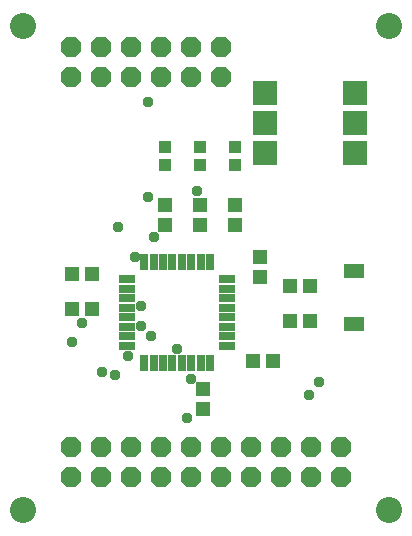
<source format=gbr>
G04 EAGLE Gerber RS-274X export*
G75*
%MOMM*%
%FSLAX34Y34*%
%LPD*%
%INSoldermask Top*%
%IPPOS*%
%AMOC8*
5,1,8,0,0,1.08239X$1,22.5*%
G01*
%ADD10C,2.203200*%
%ADD11R,2.003200X2.003200*%
%ADD12R,1.303200X1.203200*%
%ADD13R,1.203200X1.303200*%
%ADD14P,1.869504X8X202.500000*%
%ADD15R,1.003200X1.003200*%
%ADD16R,1.803200X1.253200*%
%ADD17R,0.703200X1.403200*%
%ADD18R,1.403200X0.703200*%
%ADD19P,1.869504X8X22.500000*%
%ADD20C,0.959600*%


D10*
X20000Y430000D03*
X330000Y430000D03*
X330000Y20000D03*
X20000Y20000D03*
D11*
X225260Y373230D03*
X225260Y347830D03*
X225260Y322530D03*
X301460Y373230D03*
X301460Y347830D03*
X301460Y322530D03*
D12*
X215020Y146050D03*
X232020Y146050D03*
X78500Y190000D03*
X61500Y190000D03*
X78500Y220000D03*
X61500Y220000D03*
D13*
X220980Y217560D03*
X220980Y234560D03*
D12*
X263500Y210000D03*
X246500Y210000D03*
D14*
X289300Y48100D03*
X263900Y48100D03*
X238500Y48100D03*
X213100Y48100D03*
X187700Y48100D03*
X162300Y48100D03*
X136900Y48100D03*
X111500Y48100D03*
X86100Y48100D03*
X60700Y48100D03*
X289300Y73500D03*
X263900Y73500D03*
X238500Y73500D03*
X213100Y73500D03*
X187700Y73500D03*
X162300Y73500D03*
X136900Y73500D03*
X111500Y73500D03*
X86100Y73500D03*
X60700Y73500D03*
D15*
X200000Y327500D03*
X200000Y312500D03*
X170000Y327500D03*
X170000Y312500D03*
X140000Y327500D03*
X140000Y312500D03*
D12*
X172720Y122800D03*
X172720Y105800D03*
D13*
X263500Y180000D03*
X246500Y180000D03*
D12*
X140000Y261500D03*
X140000Y278500D03*
X200000Y261500D03*
X200000Y278500D03*
X170000Y261500D03*
X170000Y278500D03*
D16*
X300000Y177750D03*
X300000Y222250D03*
D17*
X178690Y229870D03*
X170690Y229870D03*
X162690Y229870D03*
X154690Y229870D03*
X146690Y229870D03*
X138690Y229870D03*
X130690Y229870D03*
X122690Y229870D03*
D18*
X193190Y215370D03*
X193190Y207370D03*
X193190Y199370D03*
X193190Y191370D03*
X193190Y183370D03*
X193190Y175370D03*
X193190Y167370D03*
X193190Y159370D03*
X108190Y215370D03*
X108190Y207370D03*
X108190Y199370D03*
X108190Y191370D03*
X108190Y183370D03*
X108190Y175370D03*
X108190Y167370D03*
X108190Y159370D03*
D17*
X178690Y144870D03*
X170690Y144870D03*
X162690Y144870D03*
X154690Y144870D03*
X146690Y144870D03*
X138690Y144870D03*
X130690Y144870D03*
X122690Y144870D03*
D19*
X60960Y411900D03*
X86360Y411900D03*
X111760Y411900D03*
X137160Y411900D03*
X162560Y411900D03*
X187960Y411900D03*
X60960Y386500D03*
X86360Y386500D03*
X111760Y386500D03*
X137160Y386500D03*
X162560Y386500D03*
X187960Y386500D03*
D20*
X69850Y178816D03*
X271018Y128524D03*
X61468Y162052D03*
X162052Y131318D03*
X167640Y290576D03*
X131318Y251460D03*
X86614Y136906D03*
X108966Y150876D03*
X114554Y234696D03*
X125730Y284988D03*
X125730Y366014D03*
X128524Y167640D03*
X100584Y259842D03*
X120142Y176022D03*
X150876Y156464D03*
X159258Y97790D03*
X120142Y192786D03*
X97790Y134112D03*
X262636Y117348D03*
M02*

</source>
